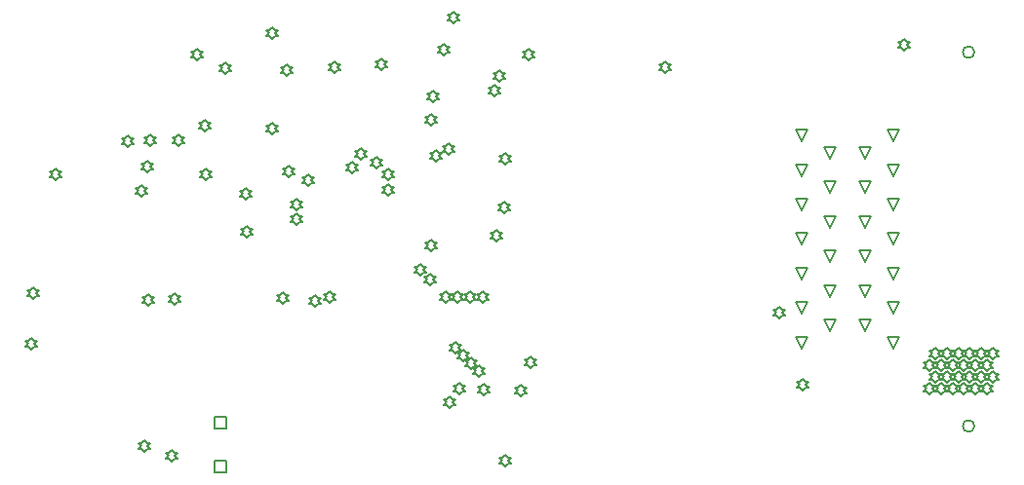
<source format=gbr>
%TF.GenerationSoftware,Altium Limited,Altium Designer,19.1.8 (144)*%
G04 Layer_Color=2752767*
%FSLAX26Y26*%
%MOIN*%
%TF.FileFunction,Drawing*%
%TF.Part,Single*%
G01*
G75*
%TA.AperFunction,NonConductor*%
%ADD83C,0.005000*%
%ADD84C,0.006667*%
D83*
X1281181Y75275D02*
Y115275D01*
X1321181D01*
Y75275D01*
X1281181D01*
Y225275D02*
Y265276D01*
X1321181D01*
Y225275D01*
X1281181D01*
X3287402Y1209331D02*
X3267402Y1249331D01*
X3307402D01*
X3287402Y1209331D01*
Y1091220D02*
X3267402Y1131220D01*
X3307402D01*
X3287402Y1091220D01*
Y973110D02*
X3267402Y1013110D01*
X3307402D01*
X3287402Y973110D01*
Y855000D02*
X3267402Y895000D01*
X3307402D01*
X3287402Y855000D01*
Y736890D02*
X3267402Y776890D01*
X3307402D01*
X3287402Y736890D01*
Y618779D02*
X3267402Y658779D01*
X3307402D01*
X3287402Y618779D01*
Y500669D02*
X3267402Y540669D01*
X3307402D01*
X3287402Y500669D01*
X3385827Y1150276D02*
X3365827Y1190276D01*
X3405827D01*
X3385827Y1150276D01*
Y1032165D02*
X3365827Y1072165D01*
X3405827D01*
X3385827Y1032165D01*
Y914055D02*
X3365827Y954055D01*
X3405827D01*
X3385827Y914055D01*
Y795945D02*
X3365827Y835945D01*
X3405827D01*
X3385827Y795945D01*
Y677835D02*
X3365827Y717835D01*
X3405827D01*
X3385827Y677835D01*
Y559724D02*
X3365827Y599724D01*
X3405827D01*
X3385827Y559724D01*
X3503937Y1150276D02*
X3483937Y1190276D01*
X3523937D01*
X3503937Y1150276D01*
Y1032165D02*
X3483937Y1072165D01*
X3523937D01*
X3503937Y1032165D01*
Y914055D02*
X3483937Y954055D01*
X3523937D01*
X3503937Y914055D01*
Y795945D02*
X3483937Y835945D01*
X3523937D01*
X3503937Y795945D01*
Y677835D02*
X3483937Y717835D01*
X3523937D01*
X3503937Y677835D01*
Y559724D02*
X3483937Y599724D01*
X3523937D01*
X3503937Y559724D01*
X3602362Y1209331D02*
X3582362Y1249331D01*
X3622362D01*
X3602362Y1209331D01*
Y1091220D02*
X3582362Y1131220D01*
X3622362D01*
X3602362Y1091220D01*
Y973110D02*
X3582362Y1013110D01*
X3622362D01*
X3602362Y973110D01*
Y855000D02*
X3582362Y895000D01*
X3622362D01*
X3602362Y855000D01*
Y736890D02*
X3582362Y776890D01*
X3622362D01*
X3602362Y736890D01*
Y618779D02*
X3582362Y658779D01*
X3622362D01*
X3602362Y618779D01*
Y500669D02*
X3582362Y540669D01*
X3622362D01*
X3602362Y500669D01*
X1984252Y751520D02*
X1994252Y761520D01*
X2004252D01*
X1994252Y771520D01*
X2004252Y781520D01*
X1994252D01*
X1984252Y791520D01*
X1974252Y781520D01*
X1964252D01*
X1974252Y771520D01*
X1964252Y761520D01*
X1974252D01*
X1984252Y751520D01*
X1625984Y644370D02*
X1635984Y654370D01*
X1645984D01*
X1635984Y664370D01*
X1645984Y674370D01*
X1635984D01*
X1625984Y684370D01*
X1615984Y674370D01*
X1605984D01*
X1615984Y664370D01*
X1605984Y654370D01*
X1615984D01*
X1625984Y644370D01*
X1040624Y148037D02*
X1050624Y158037D01*
X1060624D01*
X1050624Y168037D01*
X1060624Y178037D01*
X1050624D01*
X1040624Y188037D01*
X1030624Y178037D01*
X1020624D01*
X1030624Y168037D01*
X1020624Y158037D01*
X1030624D01*
X1040624Y148037D01*
X1133858Y113858D02*
X1143858Y123858D01*
X1153858D01*
X1143858Y133858D01*
X1153858Y143858D01*
X1143858D01*
X1133858Y153858D01*
X1123858Y143858D01*
X1113858D01*
X1123858Y133858D01*
X1113858Y123858D01*
X1123858D01*
X1133858Y113858D01*
X1691493Y1444567D02*
X1701493Y1454567D01*
X1711493D01*
X1701493Y1464567D01*
X1711493Y1474567D01*
X1701493D01*
X1691493Y1484567D01*
X1681493Y1474567D01*
X1671493D01*
X1681493Y1464567D01*
X1671493Y1454567D01*
X1681493D01*
X1691493Y1444567D01*
X1834646Y1116752D02*
X1844646Y1126752D01*
X1854646D01*
X1844646Y1136752D01*
X1854646Y1146752D01*
X1844646D01*
X1834646Y1156752D01*
X1824646Y1146752D01*
X1814646D01*
X1824646Y1136752D01*
X1814646Y1126752D01*
X1824646D01*
X1834646Y1116752D01*
X2026115Y1342205D02*
X2036115Y1352205D01*
X2046115D01*
X2036115Y1362205D01*
X2046115Y1372205D01*
X2036115D01*
X2026115Y1382205D01*
X2016115Y1372205D01*
X2006115D01*
X2016115Y1362205D01*
X2006115Y1352205D01*
X2016115D01*
X2026115Y1342205D01*
X983005Y1188661D02*
X993005Y1198661D01*
X1003005D01*
X993005Y1208661D01*
X1003005Y1218661D01*
X993005D01*
X983005Y1228661D01*
X973005Y1218661D01*
X963005D01*
X973005Y1208661D01*
X963005Y1198661D01*
X973005D01*
X983005Y1188661D01*
X2273622Y1129606D02*
X2283622Y1139606D01*
X2293622D01*
X2283622Y1149606D01*
X2293622Y1159606D01*
X2283622D01*
X2273622Y1169606D01*
X2263622Y1159606D01*
X2253622D01*
X2263622Y1149606D01*
X2253622Y1139606D01*
X2263622D01*
X2273622Y1129606D01*
X1849535Y1452441D02*
X1859535Y1462441D01*
X1869535D01*
X1859535Y1472441D01*
X1869535Y1482441D01*
X1859535D01*
X1849535Y1492441D01*
X1839535Y1482441D01*
X1829535D01*
X1839535Y1472441D01*
X1829535Y1462441D01*
X1839535D01*
X1849535Y1452441D01*
X1247524Y1243112D02*
X1257524Y1253112D01*
X1267524D01*
X1257524Y1263112D01*
X1267524Y1273112D01*
X1257524D01*
X1247524Y1283112D01*
X1237524Y1273112D01*
X1227524D01*
X1237524Y1263112D01*
X1227524Y1253112D01*
X1237524D01*
X1247524Y1243112D01*
X1527559Y1432756D02*
X1537559Y1442756D01*
X1547559D01*
X1537559Y1452756D01*
X1547559Y1462756D01*
X1537559D01*
X1527559Y1472756D01*
X1517559Y1462756D01*
X1507559D01*
X1517559Y1452756D01*
X1507559Y1442756D01*
X1517559D01*
X1527559Y1432756D01*
X1476378Y1234260D02*
X1486378Y1244260D01*
X1496378D01*
X1486378Y1254260D01*
X1496378Y1264260D01*
X1486378D01*
X1476378Y1274260D01*
X1466378Y1264260D01*
X1456378D01*
X1466378Y1254260D01*
X1456378Y1244260D01*
X1466378D01*
X1476378Y1234260D01*
X736221Y1076460D02*
X746221Y1086460D01*
X756221D01*
X746221Y1096460D01*
X756221Y1106460D01*
X746221D01*
X736221Y1116460D01*
X726221Y1106460D01*
X716221D01*
X726221Y1096460D01*
X716221Y1086460D01*
X726221D01*
X736221Y1076460D01*
X661417Y669961D02*
X671417Y679961D01*
X681417D01*
X671417Y689961D01*
X681417Y699961D01*
X671417D01*
X661417Y709961D01*
X651417Y699961D01*
X641417D01*
X651417Y689961D01*
X641417Y679961D01*
X651417D01*
X661417Y669961D01*
X2354331Y1487874D02*
X2364331Y1497874D01*
X2374331D01*
X2364331Y1507874D01*
X2374331Y1517874D01*
X2364331D01*
X2354331Y1527874D01*
X2344331Y1517874D01*
X2334331D01*
X2344331Y1507874D01*
X2334331Y1497874D01*
X2344331D01*
X2354331Y1487874D01*
X2822222Y1442923D02*
X2832222Y1452923D01*
X2842222D01*
X2832222Y1462923D01*
X2842222Y1472923D01*
X2832222D01*
X2822222Y1482923D01*
X2812222Y1472923D01*
X2802222D01*
X2812222Y1462923D01*
X2802222Y1452923D01*
X2812222D01*
X2822222Y1442923D01*
X3638955Y1519370D02*
X3648955Y1529370D01*
X3658955D01*
X3648955Y1539370D01*
X3658955Y1549370D01*
X3648955D01*
X3638955Y1559370D01*
X3628955Y1549370D01*
X3618955D01*
X3628955Y1539370D01*
X3618955Y1529370D01*
X3628955D01*
X3638955Y1519370D01*
X1476378Y1559232D02*
X1486378Y1569232D01*
X1496378D01*
X1486378Y1579232D01*
X1496378Y1589232D01*
X1486378D01*
X1476378Y1599232D01*
X1466378Y1589232D01*
X1456378D01*
X1466378Y1579232D01*
X1456378Y1569232D01*
X1466378D01*
X1476378Y1559232D01*
X1221306Y1487874D02*
X1231306Y1497874D01*
X1241306D01*
X1231306Y1507874D01*
X1241306Y1517874D01*
X1231306D01*
X1221306Y1527874D01*
X1211306Y1517874D01*
X1201306D01*
X1211306Y1507874D01*
X1201306Y1497874D01*
X1211306D01*
X1221306Y1487874D01*
X1158704Y1192598D02*
X1168704Y1202598D01*
X1178704D01*
X1168704Y1212598D01*
X1178704Y1222598D01*
X1168704D01*
X1158704Y1232598D01*
X1148704Y1222598D01*
X1138704D01*
X1148704Y1212598D01*
X1138704Y1202598D01*
X1148704D01*
X1158704Y1192598D01*
X1061012Y1193699D02*
X1071012Y1203699D01*
X1081012D01*
X1071012Y1213699D01*
X1081012Y1223699D01*
X1071012D01*
X1061012Y1233699D01*
X1051012Y1223699D01*
X1041012D01*
X1051012Y1213699D01*
X1041012Y1203699D01*
X1051012D01*
X1061012Y1193699D01*
X653543Y495748D02*
X663543Y505748D01*
X673543D01*
X663543Y515748D01*
X673543Y525748D01*
X663543D01*
X653543Y535748D01*
X643543Y525748D01*
X633543D01*
X643543Y515748D01*
X633543Y505748D01*
X643543D01*
X653543Y495748D01*
X1145669Y649291D02*
X1155669Y659291D01*
X1165669D01*
X1155669Y669291D01*
X1165669Y679291D01*
X1155669D01*
X1145669Y689291D01*
X1135669Y679291D01*
X1125669D01*
X1135669Y669291D01*
X1125669Y659291D01*
X1135669D01*
X1145669Y649291D01*
X1514659Y654328D02*
X1524659Y664328D01*
X1534659D01*
X1524659Y674328D01*
X1534659Y684328D01*
X1524659D01*
X1514659Y694328D01*
X1504659Y684328D01*
X1494659D01*
X1504659Y674328D01*
X1494659Y664328D01*
X1504659D01*
X1514659Y654328D01*
X2275591Y98110D02*
X2285591Y108110D01*
X2295591D01*
X2285591Y118110D01*
X2295591Y128110D01*
X2285591D01*
X2275591Y138110D01*
X2265591Y128110D01*
X2255591D01*
X2265591Y118110D01*
X2255591Y108110D01*
X2265591D01*
X2275591Y98110D01*
X2200787Y339048D02*
X2210787Y349048D01*
X2220787D01*
X2210787Y359048D01*
X2220787Y369048D01*
X2210787D01*
X2200787Y379048D01*
X2190787Y369048D01*
X2180787D01*
X2190787Y359048D01*
X2180787Y349048D01*
X2190787D01*
X2200787Y339048D01*
X2327756Y336299D02*
X2337756Y346299D01*
X2347756D01*
X2337756Y356299D01*
X2347756Y366299D01*
X2337756D01*
X2327756Y376299D01*
X2317756Y366299D01*
X2307756D01*
X2317756Y356299D01*
X2307756Y346299D01*
X2317756D01*
X2327756Y336299D01*
X2118110Y342205D02*
X2128110Y352205D01*
X2138110D01*
X2128110Y362205D01*
X2138110Y372205D01*
X2128110D01*
X2118110Y382205D01*
X2108110Y372205D01*
X2098110D01*
X2108110Y362205D01*
X2098110Y352205D01*
X2108110D01*
X2118110Y342205D01*
X1673228Y658150D02*
X1683228Y668150D01*
X1693228D01*
X1683228Y678150D01*
X1693228Y688150D01*
X1683228D01*
X1673228Y698150D01*
X1663228Y688150D01*
X1653228D01*
X1663228Y678150D01*
X1653228Y668150D01*
X1663228D01*
X1673228Y658150D01*
X1318898Y1440630D02*
X1328898Y1450630D01*
X1338898D01*
X1328898Y1460630D01*
X1338898Y1470630D01*
X1328898D01*
X1318898Y1480630D01*
X1308898Y1470630D01*
X1298898D01*
X1308898Y1460630D01*
X1298898Y1450630D01*
X1308898D01*
X1318898Y1440630D01*
X1031496Y1019370D02*
X1041496Y1029370D01*
X1051496D01*
X1041496Y1039370D01*
X1051496Y1049370D01*
X1041496D01*
X1031496Y1059370D01*
X1021496Y1049370D01*
X1011496D01*
X1021496Y1039370D01*
X1011496Y1029370D01*
X1021496D01*
X1031496Y1019370D01*
X1251968Y1075472D02*
X1261968Y1085472D01*
X1271968D01*
X1261968Y1095472D01*
X1271968Y1105472D01*
X1261968D01*
X1251968Y1115472D01*
X1241968Y1105472D01*
X1231968D01*
X1241968Y1095472D01*
X1231968Y1085472D01*
X1241968D01*
X1251968Y1075472D01*
X1051658Y1102047D02*
X1061658Y1112047D01*
X1071658D01*
X1061658Y1122047D01*
X1071658Y1132047D01*
X1061658D01*
X1051658Y1142047D01*
X1041658Y1132047D01*
X1031658D01*
X1041658Y1122047D01*
X1031658Y1112047D01*
X1041658D01*
X1051658Y1102047D01*
X1055118Y645354D02*
X1065118Y655354D01*
X1075118D01*
X1065118Y665354D01*
X1075118Y675354D01*
X1065118D01*
X1055118Y685354D01*
X1045118Y675354D01*
X1035118D01*
X1045118Y665354D01*
X1035118Y655354D01*
X1045118D01*
X1055118Y645354D01*
X1389764Y878622D02*
X1399764Y888622D01*
X1409764D01*
X1399764Y898622D01*
X1409764Y908622D01*
X1399764D01*
X1389764Y918622D01*
X1379764Y908622D01*
X1369764D01*
X1379764Y898622D01*
X1369764Y888622D01*
X1379764D01*
X1389764Y878622D01*
X1388780Y1009528D02*
X1398780Y1019528D01*
X1408780D01*
X1398780Y1029528D01*
X1408780Y1039528D01*
X1398780D01*
X1388780Y1049528D01*
X1378780Y1039528D01*
X1368780D01*
X1378780Y1029528D01*
X1368780Y1019528D01*
X1378780D01*
X1388780Y1009528D01*
X2197835Y657165D02*
X2207835Y667165D01*
X2217835D01*
X2207835Y677165D01*
X2217835Y687165D01*
X2207835D01*
X2197835Y697165D01*
X2187835Y687165D01*
X2177835D01*
X2187835Y677165D01*
X2177835Y667165D01*
X2187835D01*
X2197835Y657165D01*
X2271653Y963268D02*
X2281653Y973268D01*
X2291653D01*
X2281653Y983268D01*
X2291653Y993268D01*
X2281653D01*
X2271653Y1003268D01*
X2261653Y993268D01*
X2251653D01*
X2261653Y983268D01*
X2251653Y973268D01*
X2261653D01*
X2271653Y963268D01*
X2243110Y866811D02*
X2253110Y876811D01*
X2263110D01*
X2253110Y886811D01*
X2263110Y896811D01*
X2253110D01*
X2243110Y906811D01*
X2233110Y896811D01*
X2223110D01*
X2233110Y886811D01*
X2223110Y876811D01*
X2233110D01*
X2243110Y866811D01*
X1780512Y1147323D02*
X1790512Y1157323D01*
X1800512D01*
X1790512Y1167323D01*
X1800512Y1177323D01*
X1790512D01*
X1780512Y1187323D01*
X1770512Y1177323D01*
X1760512D01*
X1770512Y1167323D01*
X1760512Y1157323D01*
X1770512D01*
X1780512Y1147323D01*
X1752512Y1099094D02*
X1762512Y1109094D01*
X1772512D01*
X1762512Y1119094D01*
X1772512Y1129094D01*
X1762512D01*
X1752512Y1139094D01*
X1742512Y1129094D01*
X1732512D01*
X1742512Y1119094D01*
X1732512Y1109094D01*
X1742512D01*
X1752512Y1099094D01*
X1562008Y921929D02*
X1572008Y931929D01*
X1582008D01*
X1572008Y941929D01*
X1582008Y951929D01*
X1572008D01*
X1562008Y961929D01*
X1552008Y951929D01*
X1542008D01*
X1552008Y941929D01*
X1542008Y931929D01*
X1552008D01*
X1562008Y921929D01*
Y972126D02*
X1572008Y982126D01*
X1582008D01*
X1572008Y992126D01*
X1582008Y1002126D01*
X1572008D01*
X1562008Y1012126D01*
X1552008Y1002126D01*
X1542008D01*
X1552008Y992126D01*
X1542008Y982126D01*
X1552008D01*
X1562008Y972126D01*
X1533465Y1087284D02*
X1543465Y1097284D01*
X1553465D01*
X1543465Y1107284D01*
X1553465Y1117284D01*
X1543465D01*
X1533465Y1127284D01*
X1523465Y1117284D01*
X1513465D01*
X1523465Y1107284D01*
X1513465Y1097284D01*
X1523465D01*
X1533465Y1087284D01*
X1599409Y1056772D02*
X1609409Y1066772D01*
X1619409D01*
X1609409Y1076772D01*
X1619409Y1086772D01*
X1609409D01*
X1599409Y1096772D01*
X1589409Y1086772D01*
X1579409D01*
X1589409Y1076772D01*
X1579409Y1066772D01*
X1589409D01*
X1599409Y1056772D01*
X2018701Y718189D02*
X2028701Y728189D01*
X2038701D01*
X2028701Y738189D01*
X2038701Y748189D01*
X2028701D01*
X2018701Y758189D01*
X2008701Y748189D01*
X1998701D01*
X2008701Y738189D01*
X1998701Y728189D01*
X2008701D01*
X2018701Y718189D01*
X1875000Y1022323D02*
X1885000Y1032323D01*
X1895000D01*
X1885000Y1042323D01*
X1895000Y1052323D01*
X1885000D01*
X1875000Y1062323D01*
X1865000Y1052323D01*
X1855000D01*
X1865000Y1042323D01*
X1855000Y1032323D01*
X1865000D01*
X1875000Y1022323D01*
Y1075472D02*
X1885000Y1085472D01*
X1895000D01*
X1885000Y1095472D01*
X1895000Y1105472D01*
X1885000D01*
X1875000Y1115472D01*
X1865000Y1105472D01*
X1855000D01*
X1865000Y1095472D01*
X1855000Y1085472D01*
X1865000D01*
X1875000Y1075472D01*
X2254528Y1414449D02*
X2264528Y1424449D01*
X2274528D01*
X2264528Y1434449D01*
X2274528Y1444449D01*
X2264528D01*
X2254528Y1454449D01*
X2244528Y1444449D01*
X2234528D01*
X2244528Y1434449D01*
X2234528Y1424449D01*
X2244528D01*
X2254528Y1414449D01*
X2238780Y1364449D02*
X2248780Y1374449D01*
X2258780D01*
X2248780Y1384449D01*
X2258780Y1394449D01*
X2248780D01*
X2238780Y1404449D01*
X2228780Y1394449D01*
X2218780D01*
X2228780Y1384449D01*
X2218780Y1374449D01*
X2228780D01*
X2238780Y1364449D01*
X2112533Y657165D02*
X2122533Y667165D01*
X2132533D01*
X2122533Y677165D01*
X2132533Y687165D01*
X2122533D01*
X2112533Y697165D01*
X2102533Y687165D01*
X2092533D01*
X2102533Y677165D01*
X2092533Y667165D01*
X2102533D01*
X2112533Y657165D01*
X2069882D02*
X2079882Y667165D01*
X2089882D01*
X2079882Y677165D01*
X2089882Y687165D01*
X2079882D01*
X2069882Y697165D01*
X2059882Y687165D01*
X2049882D01*
X2059882Y677165D01*
X2049882Y667165D01*
X2059882D01*
X2069882Y657165D01*
X2155184D02*
X2165184Y667165D01*
X2175184D01*
X2165184Y677165D01*
X2175184Y687165D01*
X2165184D01*
X2155184Y697165D01*
X2145184Y687165D01*
X2135184D01*
X2145184Y677165D01*
X2135184Y667165D01*
X2145184D01*
X2155184Y657165D01*
X2019685Y834331D02*
X2029685Y844331D01*
X2039685D01*
X2029685Y854331D01*
X2039685Y864331D01*
X2029685D01*
X2019685Y874331D01*
X2009685Y864331D01*
X1999685D01*
X2009685Y854331D01*
X1999685Y844331D01*
X2009685D01*
X2019685Y834331D01*
X2098425Y1612382D02*
X2108425Y1622382D01*
X2118425D01*
X2108425Y1632382D01*
X2118425Y1642382D01*
X2108425D01*
X2098425Y1652382D01*
X2088425Y1642382D01*
X2078425D01*
X2088425Y1632382D01*
X2078425Y1622382D01*
X2088425D01*
X2098425Y1612382D01*
X2062992Y1503622D02*
X2072992Y1513622D01*
X2082992D01*
X2072992Y1523622D01*
X2082992Y1533622D01*
X2072992D01*
X2062992Y1543622D01*
X2052992Y1533622D01*
X2042992D01*
X2052992Y1523622D01*
X2042992Y1513622D01*
X2052992D01*
X2062992Y1503622D01*
X2039370Y1141417D02*
X2049370Y1151417D01*
X2059370D01*
X2049370Y1161417D01*
X2059370Y1171417D01*
X2049370D01*
X2039370Y1181417D01*
X2029370Y1171417D01*
X2019370D01*
X2029370Y1161417D01*
X2019370Y1151417D01*
X2029370D01*
X2039370Y1141417D01*
X2082677Y1164449D02*
X2092677Y1174449D01*
X2102677D01*
X2092677Y1184449D01*
X2102677Y1194449D01*
X2092677D01*
X2082677Y1204449D01*
X2072677Y1194449D01*
X2062677D01*
X2072677Y1184449D01*
X2062677Y1174449D01*
X2072677D01*
X2082677Y1164449D01*
X2019685Y1261988D02*
X2029685Y1271988D01*
X2039685D01*
X2029685Y1281988D01*
X2039685Y1291988D01*
X2029685D01*
X2019685Y1301988D01*
X2009685Y1291988D01*
X1999685D01*
X2009685Y1281988D01*
X1999685Y1271988D01*
X2009685D01*
X2019685Y1261988D01*
X2360236Y434724D02*
X2370236Y444724D01*
X2380236D01*
X2370236Y454724D01*
X2380236Y464724D01*
X2370236D01*
X2360236Y474724D01*
X2350236Y464724D01*
X2340236D01*
X2350236Y454724D01*
X2340236Y444724D01*
X2350236D01*
X2360236Y434724D01*
X2185925Y402342D02*
X2195925Y412342D01*
X2205925D01*
X2195925Y422342D01*
X2205925Y432342D01*
X2195925D01*
X2185925Y442342D01*
X2175925Y432342D01*
X2165925D01*
X2175925Y422342D01*
X2165925Y412342D01*
X2175925D01*
X2185925Y402342D01*
X2159055Y429213D02*
X2169055Y439213D01*
X2179055D01*
X2169055Y449213D01*
X2179055Y459213D01*
X2169055D01*
X2159055Y469213D01*
X2149055Y459213D01*
X2139055D01*
X2149055Y449213D01*
X2139055Y439213D01*
X2149055D01*
X2159055Y429213D01*
X2132185Y456083D02*
X2142185Y466083D01*
X2152185D01*
X2142185Y476083D01*
X2152185Y486083D01*
X2142185D01*
X2132185Y496083D01*
X2122185Y486083D01*
X2112185D01*
X2122185Y476083D01*
X2112185Y466083D01*
X2122185D01*
X2132185Y456083D01*
X2105315Y482953D02*
X2115315Y492953D01*
X2125315D01*
X2115315Y502953D01*
X2125315Y512953D01*
X2115315D01*
X2105315Y522953D01*
X2095315Y512953D01*
X2085315D01*
X2095315Y502953D01*
X2085315Y492953D01*
X2095315D01*
X2105315Y482953D01*
X2085630Y297913D02*
X2095630Y307913D01*
X2105630D01*
X2095630Y317913D01*
X2105630Y327913D01*
X2095630D01*
X2085630Y337913D01*
X2075630Y327913D01*
X2065630D01*
X2075630Y317913D01*
X2065630Y307913D01*
X2075630D01*
X2085630Y297913D01*
X3212598Y604016D02*
X3222598Y614016D01*
X3232598D01*
X3222598Y624016D01*
X3232598Y634016D01*
X3222598D01*
X3212598Y644016D01*
X3202598Y634016D01*
X3192598D01*
X3202598Y624016D01*
X3192598Y614016D01*
X3202598D01*
X3212598Y604016D01*
X3291339Y356969D02*
X3301339Y366969D01*
X3311339D01*
X3301339Y376969D01*
X3311339Y386969D01*
X3301339D01*
X3291339Y396969D01*
X3281339Y386969D01*
X3271339D01*
X3281339Y376969D01*
X3271339Y366969D01*
X3281339D01*
X3291339Y356969D01*
X3940962Y462284D02*
X3950962Y472284D01*
X3960962D01*
X3950962Y482284D01*
X3960962Y492284D01*
X3950962D01*
X3940962Y502284D01*
X3930962Y492284D01*
X3920962D01*
X3930962Y482284D01*
X3920962Y472284D01*
X3930962D01*
X3940962Y462284D01*
X3921277Y422914D02*
X3931277Y432914D01*
X3941277D01*
X3931277Y442914D01*
X3941277Y452914D01*
X3931277D01*
X3921277Y462914D01*
X3911277Y452914D01*
X3901277D01*
X3911277Y442914D01*
X3901277Y432914D01*
X3911277D01*
X3921277Y422914D01*
X3940962Y383544D02*
X3950962Y393544D01*
X3960962D01*
X3950962Y403544D01*
X3960962Y413544D01*
X3950962D01*
X3940962Y423544D01*
X3930962Y413544D01*
X3920962D01*
X3930962Y403544D01*
X3920962Y393544D01*
X3930962D01*
X3940962Y383544D01*
X3921277Y344174D02*
X3931277Y354174D01*
X3941277D01*
X3931277Y364174D01*
X3941277Y374174D01*
X3931277D01*
X3921277Y384174D01*
X3911277Y374174D01*
X3901277D01*
X3911277Y364174D01*
X3901277Y354174D01*
X3911277D01*
X3921277Y344174D01*
X3901592Y462284D02*
X3911592Y472284D01*
X3921592D01*
X3911592Y482284D01*
X3921592Y492284D01*
X3911592D01*
X3901592Y502284D01*
X3891592Y492284D01*
X3881592D01*
X3891592Y482284D01*
X3881592Y472284D01*
X3891592D01*
X3901592Y462284D01*
X3881907Y422914D02*
X3891907Y432914D01*
X3901907D01*
X3891907Y442914D01*
X3901907Y452914D01*
X3891907D01*
X3881907Y462914D01*
X3871907Y452914D01*
X3861907D01*
X3871907Y442914D01*
X3861907Y432914D01*
X3871907D01*
X3881907Y422914D01*
X3901592Y383544D02*
X3911592Y393544D01*
X3921592D01*
X3911592Y403544D01*
X3921592Y413544D01*
X3911592D01*
X3901592Y423544D01*
X3891592Y413544D01*
X3881592D01*
X3891592Y403544D01*
X3881592Y393544D01*
X3891592D01*
X3901592Y383544D01*
X3881907Y344174D02*
X3891907Y354174D01*
X3901907D01*
X3891907Y364174D01*
X3901907Y374174D01*
X3891907D01*
X3881907Y384174D01*
X3871907Y374174D01*
X3861907D01*
X3871907Y364174D01*
X3861907Y354174D01*
X3871907D01*
X3881907Y344174D01*
X3862222Y462284D02*
X3872222Y472284D01*
X3882222D01*
X3872222Y482284D01*
X3882222Y492284D01*
X3872222D01*
X3862222Y502284D01*
X3852222Y492284D01*
X3842222D01*
X3852222Y482284D01*
X3842222Y472284D01*
X3852222D01*
X3862222Y462284D01*
X3842537Y422914D02*
X3852537Y432914D01*
X3862537D01*
X3852537Y442914D01*
X3862537Y452914D01*
X3852537D01*
X3842537Y462914D01*
X3832537Y452914D01*
X3822537D01*
X3832537Y442914D01*
X3822537Y432914D01*
X3832537D01*
X3842537Y422914D01*
X3862222Y383544D02*
X3872222Y393544D01*
X3882222D01*
X3872222Y403544D01*
X3882222Y413544D01*
X3872222D01*
X3862222Y423544D01*
X3852222Y413544D01*
X3842222D01*
X3852222Y403544D01*
X3842222Y393544D01*
X3852222D01*
X3862222Y383544D01*
X3842537Y344174D02*
X3852537Y354174D01*
X3862537D01*
X3852537Y364174D01*
X3862537Y374174D01*
X3852537D01*
X3842537Y384174D01*
X3832537Y374174D01*
X3822537D01*
X3832537Y364174D01*
X3822537Y354174D01*
X3832537D01*
X3842537Y344174D01*
X3822852Y462284D02*
X3832852Y472284D01*
X3842852D01*
X3832852Y482284D01*
X3842852Y492284D01*
X3832852D01*
X3822852Y502284D01*
X3812852Y492284D01*
X3802852D01*
X3812852Y482284D01*
X3802852Y472284D01*
X3812852D01*
X3822852Y462284D01*
X3803167Y422914D02*
X3813167Y432914D01*
X3823167D01*
X3813167Y442914D01*
X3823167Y452914D01*
X3813167D01*
X3803167Y462914D01*
X3793167Y452914D01*
X3783167D01*
X3793167Y442914D01*
X3783167Y432914D01*
X3793167D01*
X3803167Y422914D01*
X3822852Y383544D02*
X3832852Y393544D01*
X3842852D01*
X3832852Y403544D01*
X3842852Y413544D01*
X3832852D01*
X3822852Y423544D01*
X3812852Y413544D01*
X3802852D01*
X3812852Y403544D01*
X3802852Y393544D01*
X3812852D01*
X3822852Y383544D01*
X3803167Y344174D02*
X3813167Y354174D01*
X3823167D01*
X3813167Y364174D01*
X3823167Y374174D01*
X3813167D01*
X3803167Y384174D01*
X3793167Y374174D01*
X3783167D01*
X3793167Y364174D01*
X3783167Y354174D01*
X3793167D01*
X3803167Y344174D01*
X3783482Y462284D02*
X3793482Y472284D01*
X3803482D01*
X3793482Y482284D01*
X3803482Y492284D01*
X3793482D01*
X3783482Y502284D01*
X3773482Y492284D01*
X3763482D01*
X3773482Y482284D01*
X3763482Y472284D01*
X3773482D01*
X3783482Y462284D01*
X3763797Y422914D02*
X3773797Y432914D01*
X3783797D01*
X3773797Y442914D01*
X3783797Y452914D01*
X3773797D01*
X3763797Y462914D01*
X3753797Y452914D01*
X3743797D01*
X3753797Y442914D01*
X3743797Y432914D01*
X3753797D01*
X3763797Y422914D01*
X3783482Y383544D02*
X3793482Y393544D01*
X3803482D01*
X3793482Y403544D01*
X3803482Y413544D01*
X3793482D01*
X3783482Y423544D01*
X3773482Y413544D01*
X3763482D01*
X3773482Y403544D01*
X3763482Y393544D01*
X3773482D01*
X3783482Y383544D01*
X3763797Y344174D02*
X3773797Y354174D01*
X3783797D01*
X3773797Y364174D01*
X3783797Y374174D01*
X3773797D01*
X3763797Y384174D01*
X3753797Y374174D01*
X3743797D01*
X3753797Y364174D01*
X3743797Y354174D01*
X3753797D01*
X3763797Y344174D01*
X3744111Y462284D02*
X3754111Y472284D01*
X3764111D01*
X3754111Y482284D01*
X3764111Y492284D01*
X3754111D01*
X3744111Y502284D01*
X3734111Y492284D01*
X3724111D01*
X3734111Y482284D01*
X3724111Y472284D01*
X3734111D01*
X3744111Y462284D01*
X3724427Y422914D02*
X3734427Y432914D01*
X3744427D01*
X3734427Y442914D01*
X3744427Y452914D01*
X3734427D01*
X3724427Y462914D01*
X3714427Y452914D01*
X3704427D01*
X3714427Y442914D01*
X3704427Y432914D01*
X3714427D01*
X3724427Y422914D01*
X3744111Y383544D02*
X3754111Y393544D01*
X3764111D01*
X3754111Y403544D01*
X3764111Y413544D01*
X3754111D01*
X3744111Y423544D01*
X3734111Y413544D01*
X3724111D01*
X3734111Y403544D01*
X3724111Y393544D01*
X3734111D01*
X3744111Y383544D01*
X3724427Y344174D02*
X3734427Y354174D01*
X3744427D01*
X3734427Y364174D01*
X3744427Y374174D01*
X3734427D01*
X3724427Y384174D01*
X3714427Y374174D01*
X3704427D01*
X3714427Y364174D01*
X3704427Y354174D01*
X3714427D01*
X3724427Y344174D01*
D84*
X3878268Y235236D02*
G03*
X3878268Y235236I-20000J0D01*
G01*
Y1514764D02*
G03*
X3878268Y1514764I-20000J0D01*
G01*
%TF.MD5,0f1f142d7a684c34bb55641f41b3a922*%
M02*

</source>
